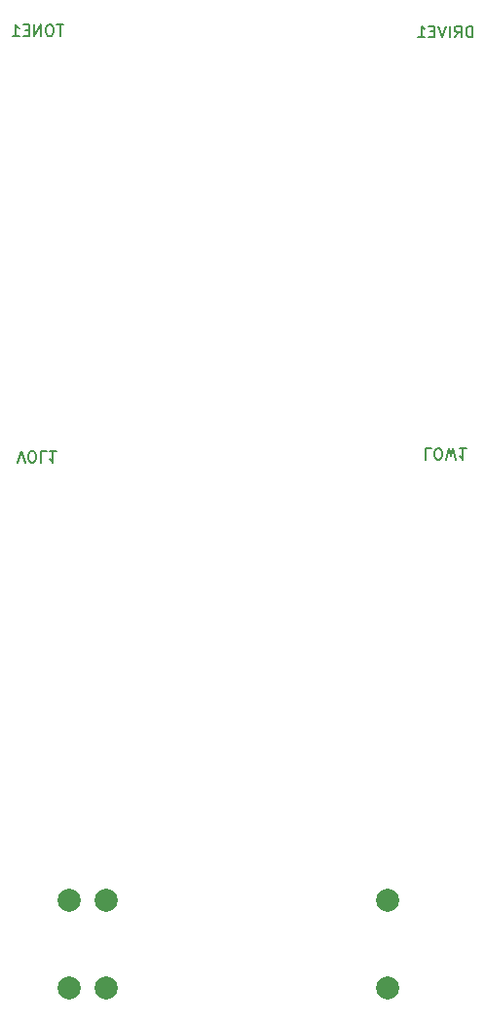
<source format=gbr>
%TF.GenerationSoftware,KiCad,Pcbnew,7.0.5.1-1-g8f565ef7f0-dirty-deb11*%
%TF.CreationDate,2023-08-09T07:33:24+00:00*%
%TF.ProjectId,GreenBean,47726565-6e42-4656-916e-2e6b69636164,rev?*%
%TF.SameCoordinates,Original*%
%TF.FileFunction,Legend,Bot*%
%TF.FilePolarity,Positive*%
%FSLAX46Y46*%
G04 Gerber Fmt 4.6, Leading zero omitted, Abs format (unit mm)*
G04 Created by KiCad (PCBNEW 7.0.5.1-1-g8f565ef7f0-dirty-deb11) date 2023-08-09 07:33:24*
%MOMM*%
%LPD*%
G01*
G04 APERTURE LIST*
%ADD10C,0.150000*%
%ADD11C,1.998980*%
G04 APERTURE END LIST*
D10*
%TO.C,LOW1*%
X159248095Y-95699348D02*
X158771905Y-95699348D01*
X158771905Y-95699348D02*
X158771905Y-96699348D01*
X159771905Y-96699348D02*
X159962381Y-96699348D01*
X159962381Y-96699348D02*
X160057619Y-96651729D01*
X160057619Y-96651729D02*
X160152857Y-96556491D01*
X160152857Y-96556491D02*
X160200476Y-96366015D01*
X160200476Y-96366015D02*
X160200476Y-96032682D01*
X160200476Y-96032682D02*
X160152857Y-95842206D01*
X160152857Y-95842206D02*
X160057619Y-95746968D01*
X160057619Y-95746968D02*
X159962381Y-95699348D01*
X159962381Y-95699348D02*
X159771905Y-95699348D01*
X159771905Y-95699348D02*
X159676667Y-95746968D01*
X159676667Y-95746968D02*
X159581429Y-95842206D01*
X159581429Y-95842206D02*
X159533810Y-96032682D01*
X159533810Y-96032682D02*
X159533810Y-96366015D01*
X159533810Y-96366015D02*
X159581429Y-96556491D01*
X159581429Y-96556491D02*
X159676667Y-96651729D01*
X159676667Y-96651729D02*
X159771905Y-96699348D01*
X160533810Y-96699348D02*
X160771905Y-95699348D01*
X160771905Y-95699348D02*
X160962381Y-96413634D01*
X160962381Y-96413634D02*
X161152857Y-95699348D01*
X161152857Y-95699348D02*
X161390953Y-96699348D01*
X162295714Y-95699348D02*
X161724286Y-95699348D01*
X162010000Y-95699348D02*
X162010000Y-96699348D01*
X162010000Y-96699348D02*
X161914762Y-96556491D01*
X161914762Y-96556491D02*
X161819524Y-96461253D01*
X161819524Y-96461253D02*
X161724286Y-96413634D01*
%TO.C,TONE1*%
X127271904Y-58900651D02*
X126700476Y-58900651D01*
X126986190Y-59900651D02*
X126986190Y-58900651D01*
X126176666Y-58900651D02*
X125986190Y-58900651D01*
X125986190Y-58900651D02*
X125890952Y-58948270D01*
X125890952Y-58948270D02*
X125795714Y-59043508D01*
X125795714Y-59043508D02*
X125748095Y-59233984D01*
X125748095Y-59233984D02*
X125748095Y-59567317D01*
X125748095Y-59567317D02*
X125795714Y-59757793D01*
X125795714Y-59757793D02*
X125890952Y-59853032D01*
X125890952Y-59853032D02*
X125986190Y-59900651D01*
X125986190Y-59900651D02*
X126176666Y-59900651D01*
X126176666Y-59900651D02*
X126271904Y-59853032D01*
X126271904Y-59853032D02*
X126367142Y-59757793D01*
X126367142Y-59757793D02*
X126414761Y-59567317D01*
X126414761Y-59567317D02*
X126414761Y-59233984D01*
X126414761Y-59233984D02*
X126367142Y-59043508D01*
X126367142Y-59043508D02*
X126271904Y-58948270D01*
X126271904Y-58948270D02*
X126176666Y-58900651D01*
X125319523Y-59900651D02*
X125319523Y-58900651D01*
X125319523Y-58900651D02*
X124748095Y-59900651D01*
X124748095Y-59900651D02*
X124748095Y-58900651D01*
X124271904Y-59376841D02*
X123938571Y-59376841D01*
X123795714Y-59900651D02*
X124271904Y-59900651D01*
X124271904Y-59900651D02*
X124271904Y-58900651D01*
X124271904Y-58900651D02*
X123795714Y-58900651D01*
X122843333Y-59900651D02*
X123414761Y-59900651D01*
X123129047Y-59900651D02*
X123129047Y-58900651D01*
X123129047Y-58900651D02*
X123224285Y-59043508D01*
X123224285Y-59043508D02*
X123319523Y-59138746D01*
X123319523Y-59138746D02*
X123414761Y-59186365D01*
%TO.C,DRIVE1*%
X162867142Y-60004819D02*
X162867142Y-59004819D01*
X162867142Y-59004819D02*
X162629047Y-59004819D01*
X162629047Y-59004819D02*
X162486190Y-59052438D01*
X162486190Y-59052438D02*
X162390952Y-59147676D01*
X162390952Y-59147676D02*
X162343333Y-59242914D01*
X162343333Y-59242914D02*
X162295714Y-59433390D01*
X162295714Y-59433390D02*
X162295714Y-59576247D01*
X162295714Y-59576247D02*
X162343333Y-59766723D01*
X162343333Y-59766723D02*
X162390952Y-59861961D01*
X162390952Y-59861961D02*
X162486190Y-59957200D01*
X162486190Y-59957200D02*
X162629047Y-60004819D01*
X162629047Y-60004819D02*
X162867142Y-60004819D01*
X161295714Y-60004819D02*
X161629047Y-59528628D01*
X161867142Y-60004819D02*
X161867142Y-59004819D01*
X161867142Y-59004819D02*
X161486190Y-59004819D01*
X161486190Y-59004819D02*
X161390952Y-59052438D01*
X161390952Y-59052438D02*
X161343333Y-59100057D01*
X161343333Y-59100057D02*
X161295714Y-59195295D01*
X161295714Y-59195295D02*
X161295714Y-59338152D01*
X161295714Y-59338152D02*
X161343333Y-59433390D01*
X161343333Y-59433390D02*
X161390952Y-59481009D01*
X161390952Y-59481009D02*
X161486190Y-59528628D01*
X161486190Y-59528628D02*
X161867142Y-59528628D01*
X160867142Y-60004819D02*
X160867142Y-59004819D01*
X160533809Y-59004819D02*
X160200476Y-60004819D01*
X160200476Y-60004819D02*
X159867143Y-59004819D01*
X159533809Y-59481009D02*
X159200476Y-59481009D01*
X159057619Y-60004819D02*
X159533809Y-60004819D01*
X159533809Y-60004819D02*
X159533809Y-59004819D01*
X159533809Y-59004819D02*
X159057619Y-59004819D01*
X158105238Y-60004819D02*
X158676666Y-60004819D01*
X158390952Y-60004819D02*
X158390952Y-59004819D01*
X158390952Y-59004819D02*
X158486190Y-59147676D01*
X158486190Y-59147676D02*
X158581428Y-59242914D01*
X158581428Y-59242914D02*
X158676666Y-59290533D01*
%TO.C,VOL1*%
X123271905Y-96949348D02*
X123605238Y-95949348D01*
X123605238Y-95949348D02*
X123938571Y-96949348D01*
X124462381Y-96949348D02*
X124652857Y-96949348D01*
X124652857Y-96949348D02*
X124748095Y-96901729D01*
X124748095Y-96901729D02*
X124843333Y-96806491D01*
X124843333Y-96806491D02*
X124890952Y-96616015D01*
X124890952Y-96616015D02*
X124890952Y-96282682D01*
X124890952Y-96282682D02*
X124843333Y-96092206D01*
X124843333Y-96092206D02*
X124748095Y-95996968D01*
X124748095Y-95996968D02*
X124652857Y-95949348D01*
X124652857Y-95949348D02*
X124462381Y-95949348D01*
X124462381Y-95949348D02*
X124367143Y-95996968D01*
X124367143Y-95996968D02*
X124271905Y-96092206D01*
X124271905Y-96092206D02*
X124224286Y-96282682D01*
X124224286Y-96282682D02*
X124224286Y-96616015D01*
X124224286Y-96616015D02*
X124271905Y-96806491D01*
X124271905Y-96806491D02*
X124367143Y-96901729D01*
X124367143Y-96901729D02*
X124462381Y-96949348D01*
X125795714Y-95949348D02*
X125319524Y-95949348D01*
X125319524Y-95949348D02*
X125319524Y-96949348D01*
X126652857Y-95949348D02*
X126081429Y-95949348D01*
X126367143Y-95949348D02*
X126367143Y-96949348D01*
X126367143Y-96949348D02*
X126271905Y-96806491D01*
X126271905Y-96806491D02*
X126176667Y-96711253D01*
X126176667Y-96711253D02*
X126081429Y-96663634D01*
%TD*%
D11*
%TO.C,R1*%
X155500000Y-135000000D03*
X155500000Y-142620000D03*
%TD*%
%TO.C,R2*%
X127760000Y-142600000D03*
X127760000Y-134980000D03*
%TD*%
%TO.C,R3*%
X131010000Y-135000000D03*
X131010000Y-142620000D03*
%TD*%
M02*

</source>
